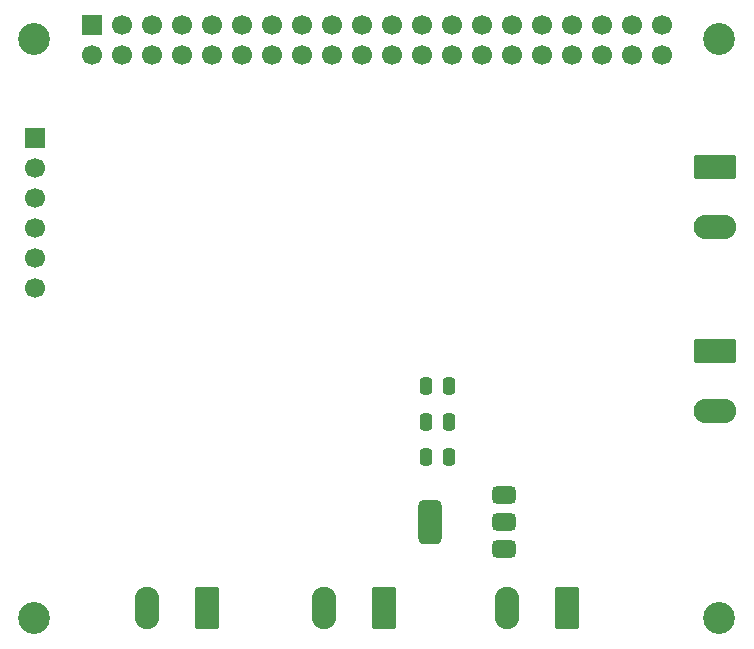
<source format=gbs>
%TF.GenerationSoftware,KiCad,Pcbnew,9.0.7*%
%TF.CreationDate,2026-02-04T14:04:17-06:00*%
%TF.ProjectId,dac_amp,6461635f-616d-4702-9e6b-696361645f70,rev?*%
%TF.SameCoordinates,Original*%
%TF.FileFunction,Soldermask,Bot*%
%TF.FilePolarity,Negative*%
%FSLAX46Y46*%
G04 Gerber Fmt 4.6, Leading zero omitted, Abs format (unit mm)*
G04 Created by KiCad (PCBNEW 9.0.7) date 2026-02-04 14:04:17*
%MOMM*%
%LPD*%
G01*
G04 APERTURE LIST*
G04 Aperture macros list*
%AMRoundRect*
0 Rectangle with rounded corners*
0 $1 Rounding radius*
0 $2 $3 $4 $5 $6 $7 $8 $9 X,Y pos of 4 corners*
0 Add a 4 corners polygon primitive as box body*
4,1,4,$2,$3,$4,$5,$6,$7,$8,$9,$2,$3,0*
0 Add four circle primitives for the rounded corners*
1,1,$1+$1,$2,$3*
1,1,$1+$1,$4,$5*
1,1,$1+$1,$6,$7*
1,1,$1+$1,$8,$9*
0 Add four rect primitives between the rounded corners*
20,1,$1+$1,$2,$3,$4,$5,0*
20,1,$1+$1,$4,$5,$6,$7,0*
20,1,$1+$1,$6,$7,$8,$9,0*
20,1,$1+$1,$8,$9,$2,$3,0*%
G04 Aperture macros list end*
%ADD10RoundRect,0.249999X0.790001X1.550001X-0.790001X1.550001X-0.790001X-1.550001X0.790001X-1.550001X0*%
%ADD11O,2.080000X3.600000*%
%ADD12R,1.700000X1.700000*%
%ADD13C,1.700000*%
%ADD14RoundRect,0.249999X-1.550001X0.790001X-1.550001X-0.790001X1.550001X-0.790001X1.550001X0.790001X0*%
%ADD15O,3.600000X2.080000*%
%ADD16C,2.700000*%
%ADD17RoundRect,0.375000X0.625000X0.375000X-0.625000X0.375000X-0.625000X-0.375000X0.625000X-0.375000X0*%
%ADD18RoundRect,0.500000X0.500000X1.400000X-0.500000X1.400000X-0.500000X-1.400000X0.500000X-1.400000X0*%
%ADD19RoundRect,0.250000X0.250000X0.475000X-0.250000X0.475000X-0.250000X-0.475000X0.250000X-0.475000X0*%
G04 APERTURE END LIST*
D10*
%TO.C,J5*%
X119545000Y-86277500D03*
D11*
X114465000Y-86277500D03*
%TD*%
D10*
%TO.C,J6*%
X134545000Y-86277500D03*
D11*
X129465000Y-86277500D03*
%TD*%
D12*
%TO.C,J7*%
X109765321Y-36909266D03*
D13*
X109765321Y-39449266D03*
X112305321Y-36909266D03*
X112305321Y-39449266D03*
X114845321Y-36909266D03*
X114845321Y-39449266D03*
X117385321Y-36909266D03*
X117385321Y-39449266D03*
X119925321Y-36909266D03*
X119925321Y-39449266D03*
X122465321Y-36909266D03*
X122465321Y-39449266D03*
X125005321Y-36909266D03*
X125005321Y-39449266D03*
X127545321Y-36909266D03*
X127545321Y-39449266D03*
X130085321Y-36909266D03*
X130085321Y-39449266D03*
X132625321Y-36909266D03*
X132625321Y-39449266D03*
X135165321Y-36909266D03*
X135165321Y-39449266D03*
X137705321Y-36909266D03*
X137705321Y-39449266D03*
X140245321Y-36909266D03*
X140245321Y-39449266D03*
X142785321Y-36909266D03*
X142785321Y-39449266D03*
X145325321Y-36909266D03*
X145325321Y-39449266D03*
X147865321Y-36909266D03*
X147865321Y-39449266D03*
X150405321Y-36909266D03*
X150405321Y-39449266D03*
X152945321Y-36909266D03*
X152945321Y-39449266D03*
X155485321Y-36909266D03*
X155485321Y-39449266D03*
X158025321Y-36909266D03*
X158025321Y-39449266D03*
%TD*%
D14*
%TO.C,J4*%
X162500000Y-48955000D03*
D15*
X162500000Y-54035000D03*
%TD*%
D16*
%TO.C,H1*%
X104875000Y-38067500D03*
%TD*%
%TO.C,H2*%
X162875000Y-38067500D03*
%TD*%
%TO.C,H3*%
X104875000Y-87067500D03*
%TD*%
%TO.C,H4*%
X162875000Y-87067500D03*
%TD*%
D12*
%TO.C,J1*%
X105000000Y-46460000D03*
D13*
X105000000Y-49000000D03*
X105000000Y-51540000D03*
X105000000Y-54080000D03*
X105000000Y-56620000D03*
X105000000Y-59160000D03*
%TD*%
D14*
%TO.C,J3*%
X162500000Y-64455000D03*
D15*
X162500000Y-69535000D03*
%TD*%
D10*
%TO.C,J2*%
X150045000Y-86277500D03*
D11*
X144965000Y-86277500D03*
%TD*%
D17*
%TO.C,U2*%
X144700000Y-76700000D03*
X144700000Y-79000000D03*
D18*
X138400000Y-79000000D03*
D17*
X144700000Y-81300000D03*
%TD*%
D19*
%TO.C,C1*%
X140000000Y-67500000D03*
X138100000Y-67500000D03*
%TD*%
%TO.C,C3*%
X140000000Y-73500000D03*
X138100000Y-73500000D03*
%TD*%
%TO.C,C2*%
X140000000Y-70500000D03*
X138100000Y-70500000D03*
%TD*%
M02*

</source>
